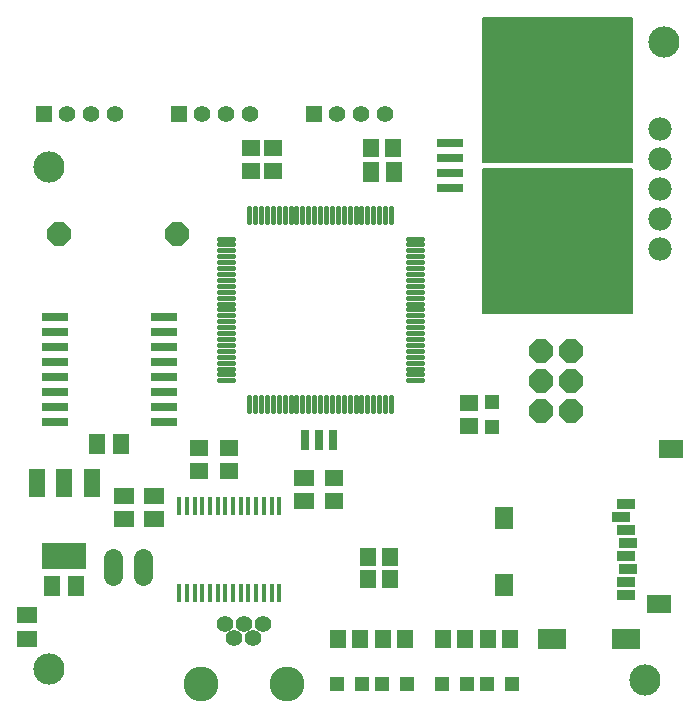
<source format=gts>
G75*
%MOIN*%
%OFA0B0*%
%FSLAX24Y24*%
%IPPOS*%
%LPD*%
%AMOC8*
5,1,8,0,0,1.08239X$1,22.5*
%
%ADD10C,0.0050*%
%ADD11C,0.1040*%
%ADD12R,0.0670X0.0552*%
%ADD13R,0.0552X0.0631*%
%ADD14R,0.0552X0.0670*%
%ADD15R,0.0906X0.0276*%
%ADD16C,0.0158*%
%ADD17R,0.0512X0.0512*%
%ADD18OC8,0.0800*%
%ADD19OC8,0.0780*%
%ADD20R,0.0177X0.0590*%
%ADD21R,0.0631X0.0552*%
%ADD22C,0.0555*%
%ADD23C,0.1162*%
%ADD24R,0.0520X0.0920*%
%ADD25R,0.1457X0.0906*%
%ADD26R,0.0591X0.0749*%
%ADD27R,0.0788X0.0591*%
%ADD28R,0.0631X0.0355*%
%ADD29R,0.0555X0.0555*%
%ADD30R,0.0316X0.0709*%
%ADD31C,0.3583*%
%ADD32R,0.0946X0.0670*%
%ADD33C,0.0780*%
%ADD34R,0.0910X0.0280*%
%ADD35C,0.0640*%
D10*
X021275Y019386D02*
X021275Y024189D01*
X026249Y024189D01*
X026249Y019386D01*
X021275Y019386D01*
X021275Y019420D02*
X026249Y019420D01*
X026249Y019468D02*
X021275Y019468D01*
X021275Y019517D02*
X026249Y019517D01*
X026249Y019565D02*
X021275Y019565D01*
X021275Y019614D02*
X026249Y019614D01*
X026249Y019662D02*
X021275Y019662D01*
X021275Y019711D02*
X026249Y019711D01*
X026249Y019759D02*
X021275Y019759D01*
X021275Y019808D02*
X026249Y019808D01*
X026249Y019856D02*
X021275Y019856D01*
X021275Y019905D02*
X026249Y019905D01*
X026249Y019953D02*
X021275Y019953D01*
X021275Y020002D02*
X026249Y020002D01*
X026249Y020050D02*
X021275Y020050D01*
X021275Y020099D02*
X026249Y020099D01*
X026249Y020147D02*
X021275Y020147D01*
X021275Y020196D02*
X026249Y020196D01*
X026249Y020244D02*
X021275Y020244D01*
X021275Y020293D02*
X026249Y020293D01*
X026249Y020341D02*
X021275Y020341D01*
X021275Y020390D02*
X026249Y020390D01*
X026249Y020438D02*
X021275Y020438D01*
X021275Y020487D02*
X026249Y020487D01*
X026249Y020535D02*
X021275Y020535D01*
X021275Y020584D02*
X026249Y020584D01*
X026249Y020632D02*
X021275Y020632D01*
X021275Y020681D02*
X026249Y020681D01*
X026249Y020729D02*
X021275Y020729D01*
X021275Y020778D02*
X026249Y020778D01*
X026249Y020826D02*
X021275Y020826D01*
X021275Y020875D02*
X026249Y020875D01*
X026249Y020923D02*
X021275Y020923D01*
X021275Y020972D02*
X026249Y020972D01*
X026249Y021020D02*
X021275Y021020D01*
X021275Y021069D02*
X026249Y021069D01*
X026249Y021117D02*
X021275Y021117D01*
X021275Y021166D02*
X026249Y021166D01*
X026249Y021214D02*
X021275Y021214D01*
X021275Y021263D02*
X026249Y021263D01*
X026249Y021311D02*
X021275Y021311D01*
X021275Y021360D02*
X026249Y021360D01*
X026249Y021408D02*
X021275Y021408D01*
X021275Y021457D02*
X026249Y021457D01*
X026249Y021505D02*
X021275Y021505D01*
X021275Y021554D02*
X026249Y021554D01*
X026249Y021602D02*
X021275Y021602D01*
X021275Y021651D02*
X026249Y021651D01*
X026249Y021699D02*
X021275Y021699D01*
X021275Y021748D02*
X026249Y021748D01*
X026249Y021796D02*
X021275Y021796D01*
X021275Y021845D02*
X026249Y021845D01*
X026249Y021893D02*
X021275Y021893D01*
X021275Y021942D02*
X026249Y021942D01*
X026249Y021990D02*
X021275Y021990D01*
X021275Y022039D02*
X026249Y022039D01*
X026249Y022087D02*
X021275Y022087D01*
X021275Y022136D02*
X026249Y022136D01*
X026249Y022184D02*
X021275Y022184D01*
X021275Y022233D02*
X026249Y022233D01*
X026249Y022281D02*
X021275Y022281D01*
X021275Y022330D02*
X026249Y022330D01*
X026249Y022378D02*
X021275Y022378D01*
X021275Y022427D02*
X026249Y022427D01*
X026249Y022475D02*
X021275Y022475D01*
X021275Y022524D02*
X026249Y022524D01*
X026249Y022572D02*
X021275Y022572D01*
X021275Y022621D02*
X026249Y022621D01*
X026249Y022669D02*
X021275Y022669D01*
X021275Y022718D02*
X026249Y022718D01*
X026249Y022766D02*
X021275Y022766D01*
X021275Y022815D02*
X026249Y022815D01*
X026249Y022863D02*
X021275Y022863D01*
X021275Y022912D02*
X026249Y022912D01*
X026249Y022960D02*
X021275Y022960D01*
X021275Y023009D02*
X026249Y023009D01*
X026249Y023057D02*
X021275Y023057D01*
X021275Y023106D02*
X026249Y023106D01*
X026249Y023154D02*
X021275Y023154D01*
X021275Y023203D02*
X026249Y023203D01*
X026249Y023251D02*
X021275Y023251D01*
X021275Y023300D02*
X026249Y023300D01*
X026249Y023348D02*
X021275Y023348D01*
X021275Y023397D02*
X026249Y023397D01*
X026249Y023445D02*
X021275Y023445D01*
X021275Y023494D02*
X026249Y023494D01*
X026249Y023542D02*
X021275Y023542D01*
X021275Y023591D02*
X026249Y023591D01*
X026249Y023639D02*
X021275Y023639D01*
X021275Y023688D02*
X026249Y023688D01*
X026249Y023736D02*
X021275Y023736D01*
X021275Y023785D02*
X026249Y023785D01*
X026249Y023833D02*
X021275Y023833D01*
X021275Y023882D02*
X026249Y023882D01*
X026249Y023930D02*
X021275Y023930D01*
X021275Y023979D02*
X026249Y023979D01*
X026249Y024027D02*
X021275Y024027D01*
X021275Y024076D02*
X026249Y024076D01*
X026249Y024124D02*
X021275Y024124D01*
X021275Y024173D02*
X026249Y024173D01*
X026249Y024425D02*
X021275Y024425D01*
X021275Y029228D01*
X026249Y029228D01*
X026249Y024425D01*
X026249Y024464D02*
X021275Y024464D01*
X021275Y024512D02*
X026249Y024512D01*
X026249Y024561D02*
X021275Y024561D01*
X021275Y024609D02*
X026249Y024609D01*
X026249Y024658D02*
X021275Y024658D01*
X021275Y024706D02*
X026249Y024706D01*
X026249Y024755D02*
X021275Y024755D01*
X021275Y024803D02*
X026249Y024803D01*
X026249Y024852D02*
X021275Y024852D01*
X021275Y024900D02*
X026249Y024900D01*
X026249Y024949D02*
X021275Y024949D01*
X021275Y024997D02*
X026249Y024997D01*
X026249Y025046D02*
X021275Y025046D01*
X021275Y025094D02*
X026249Y025094D01*
X026249Y025143D02*
X021275Y025143D01*
X021275Y025191D02*
X026249Y025191D01*
X026249Y025240D02*
X021275Y025240D01*
X021275Y025288D02*
X026249Y025288D01*
X026249Y025337D02*
X021275Y025337D01*
X021275Y025385D02*
X026249Y025385D01*
X026249Y025434D02*
X021275Y025434D01*
X021275Y025482D02*
X026249Y025482D01*
X026249Y025531D02*
X021275Y025531D01*
X021275Y025579D02*
X026249Y025579D01*
X026249Y025628D02*
X021275Y025628D01*
X021275Y025676D02*
X026249Y025676D01*
X026249Y025725D02*
X021275Y025725D01*
X021275Y025773D02*
X026249Y025773D01*
X026249Y025822D02*
X021275Y025822D01*
X021275Y025870D02*
X026249Y025870D01*
X026249Y025919D02*
X021275Y025919D01*
X021275Y025967D02*
X026249Y025967D01*
X026249Y026016D02*
X021275Y026016D01*
X021275Y026064D02*
X026249Y026064D01*
X026249Y026113D02*
X021275Y026113D01*
X021275Y026161D02*
X026249Y026161D01*
X026249Y026210D02*
X021275Y026210D01*
X021275Y026258D02*
X026249Y026258D01*
X026249Y026307D02*
X021275Y026307D01*
X021275Y026355D02*
X026249Y026355D01*
X026249Y026404D02*
X021275Y026404D01*
X021275Y026452D02*
X026249Y026452D01*
X026249Y026501D02*
X021275Y026501D01*
X021275Y026549D02*
X026249Y026549D01*
X026249Y026598D02*
X021275Y026598D01*
X021275Y026646D02*
X026249Y026646D01*
X026249Y026695D02*
X021275Y026695D01*
X021275Y026743D02*
X026249Y026743D01*
X026249Y026792D02*
X021275Y026792D01*
X021275Y026840D02*
X026249Y026840D01*
X026249Y026889D02*
X021275Y026889D01*
X021275Y026937D02*
X026249Y026937D01*
X026249Y026986D02*
X021275Y026986D01*
X021275Y027034D02*
X026249Y027034D01*
X026249Y027083D02*
X021275Y027083D01*
X021275Y027131D02*
X026249Y027131D01*
X026249Y027180D02*
X021275Y027180D01*
X021275Y027228D02*
X026249Y027228D01*
X026249Y027277D02*
X021275Y027277D01*
X021275Y027325D02*
X026249Y027325D01*
X026249Y027374D02*
X021275Y027374D01*
X021275Y027422D02*
X026249Y027422D01*
X026249Y027471D02*
X021275Y027471D01*
X021275Y027519D02*
X026249Y027519D01*
X026249Y027568D02*
X021275Y027568D01*
X021275Y027616D02*
X026249Y027616D01*
X026249Y027665D02*
X021275Y027665D01*
X021275Y027713D02*
X026249Y027713D01*
X026249Y027762D02*
X021275Y027762D01*
X021275Y027810D02*
X026249Y027810D01*
X026249Y027859D02*
X021275Y027859D01*
X021275Y027907D02*
X026249Y027907D01*
X026249Y027956D02*
X021275Y027956D01*
X021275Y028004D02*
X026249Y028004D01*
X026249Y028053D02*
X021275Y028053D01*
X021275Y028101D02*
X026249Y028101D01*
X026249Y028150D02*
X021275Y028150D01*
X021275Y028198D02*
X026249Y028198D01*
X026249Y028247D02*
X021275Y028247D01*
X021275Y028295D02*
X026249Y028295D01*
X026249Y028344D02*
X021275Y028344D01*
X021275Y028392D02*
X026249Y028392D01*
X026249Y028441D02*
X021275Y028441D01*
X021275Y028489D02*
X026249Y028489D01*
X026249Y028538D02*
X021275Y028538D01*
X021275Y028586D02*
X026249Y028586D01*
X026249Y028635D02*
X021275Y028635D01*
X021275Y028683D02*
X026249Y028683D01*
X026249Y028732D02*
X021275Y028732D01*
X021275Y028780D02*
X026249Y028780D01*
X026249Y028829D02*
X021275Y028829D01*
X021275Y028877D02*
X026249Y028877D01*
X026249Y028926D02*
X021275Y028926D01*
X021275Y028974D02*
X026249Y028974D01*
X026249Y029023D02*
X021275Y029023D01*
X021275Y029071D02*
X026249Y029071D01*
X026249Y029120D02*
X021275Y029120D01*
X021275Y029168D02*
X026249Y029168D01*
X026249Y029217D02*
X021275Y029217D01*
D11*
X006833Y007500D03*
X006833Y024236D03*
X026683Y007150D03*
X027312Y028417D03*
D12*
X015333Y013894D03*
X015333Y013106D03*
X010333Y013287D03*
X010333Y012500D03*
X009333Y012500D03*
X009333Y013287D03*
X006081Y009315D03*
X006081Y008528D03*
D13*
X016459Y008500D03*
X017207Y008500D03*
X017959Y008500D03*
X018707Y008500D03*
X019959Y008500D03*
X020707Y008500D03*
X021459Y008500D03*
X022207Y008500D03*
X018207Y010500D03*
X017459Y010500D03*
X017459Y011250D03*
X018207Y011250D03*
X018294Y024870D03*
X017546Y024870D03*
D14*
X017550Y024083D03*
X018337Y024083D03*
X009227Y015000D03*
X008440Y015000D03*
X007723Y010287D03*
X006936Y010287D03*
D15*
X007022Y015750D03*
X007022Y016250D03*
X007022Y016750D03*
X007022Y017250D03*
X007022Y017750D03*
X007022Y018250D03*
X007022Y018750D03*
X007022Y019250D03*
X010644Y019250D03*
X010644Y018750D03*
X010644Y018250D03*
X010644Y017750D03*
X010644Y017250D03*
X010644Y016750D03*
X010644Y016250D03*
X010644Y015750D03*
D16*
X012475Y017138D02*
X012947Y017138D01*
X012947Y017335D02*
X012475Y017335D01*
X012475Y017531D02*
X012947Y017531D01*
X012947Y017728D02*
X012475Y017728D01*
X012475Y017925D02*
X012947Y017925D01*
X012947Y018122D02*
X012475Y018122D01*
X012475Y018319D02*
X012947Y018319D01*
X012947Y018516D02*
X012475Y018516D01*
X012475Y018713D02*
X012947Y018713D01*
X012947Y018909D02*
X012475Y018909D01*
X012475Y019106D02*
X012947Y019106D01*
X012947Y019303D02*
X012475Y019303D01*
X012475Y019500D02*
X012947Y019500D01*
X012947Y019697D02*
X012475Y019697D01*
X012475Y019894D02*
X012947Y019894D01*
X012947Y020091D02*
X012475Y020091D01*
X012475Y020287D02*
X012947Y020287D01*
X012947Y020484D02*
X012475Y020484D01*
X012475Y020681D02*
X012947Y020681D01*
X012947Y020878D02*
X012475Y020878D01*
X012475Y021075D02*
X012947Y021075D01*
X012947Y021272D02*
X012475Y021272D01*
X012475Y021469D02*
X012947Y021469D01*
X012947Y021665D02*
X012475Y021665D01*
X012475Y021862D02*
X012947Y021862D01*
X013499Y022414D02*
X013499Y022886D01*
X013696Y022886D02*
X013696Y022414D01*
X013892Y022414D02*
X013892Y022886D01*
X014089Y022886D02*
X014089Y022414D01*
X014286Y022414D02*
X014286Y022886D01*
X014483Y022886D02*
X014483Y022414D01*
X014680Y022414D02*
X014680Y022886D01*
X014877Y022886D02*
X014877Y022414D01*
X015073Y022414D02*
X015073Y022886D01*
X015270Y022886D02*
X015270Y022414D01*
X015467Y022414D02*
X015467Y022886D01*
X015664Y022886D02*
X015664Y022414D01*
X015861Y022414D02*
X015861Y022886D01*
X016058Y022886D02*
X016058Y022414D01*
X016255Y022414D02*
X016255Y022886D01*
X016451Y022886D02*
X016451Y022414D01*
X016648Y022414D02*
X016648Y022886D01*
X016845Y022886D02*
X016845Y022414D01*
X017042Y022414D02*
X017042Y022886D01*
X017239Y022886D02*
X017239Y022414D01*
X017436Y022414D02*
X017436Y022886D01*
X017633Y022886D02*
X017633Y022414D01*
X017829Y022414D02*
X017829Y022886D01*
X018026Y022886D02*
X018026Y022414D01*
X018223Y022414D02*
X018223Y022886D01*
X018774Y021862D02*
X019246Y021862D01*
X019246Y021665D02*
X018774Y021665D01*
X018774Y021469D02*
X019246Y021469D01*
X019246Y021272D02*
X018774Y021272D01*
X018774Y021075D02*
X019246Y021075D01*
X019246Y020878D02*
X018774Y020878D01*
X018774Y020681D02*
X019246Y020681D01*
X019246Y020484D02*
X018774Y020484D01*
X018774Y020287D02*
X019246Y020287D01*
X019246Y020091D02*
X018774Y020091D01*
X018774Y019894D02*
X019246Y019894D01*
X019246Y019697D02*
X018774Y019697D01*
X018774Y019500D02*
X019246Y019500D01*
X019246Y019303D02*
X018774Y019303D01*
X018774Y019106D02*
X019246Y019106D01*
X019246Y018909D02*
X018774Y018909D01*
X018774Y018713D02*
X019246Y018713D01*
X019246Y018516D02*
X018774Y018516D01*
X018774Y018319D02*
X019246Y018319D01*
X019246Y018122D02*
X018774Y018122D01*
X018774Y017925D02*
X019246Y017925D01*
X019246Y017728D02*
X018774Y017728D01*
X018774Y017531D02*
X019246Y017531D01*
X019246Y017335D02*
X018774Y017335D01*
X018774Y017138D02*
X019246Y017138D01*
X018223Y016586D02*
X018223Y016114D01*
X018026Y016114D02*
X018026Y016586D01*
X017829Y016586D02*
X017829Y016114D01*
X017633Y016114D02*
X017633Y016586D01*
X017436Y016586D02*
X017436Y016114D01*
X017239Y016114D02*
X017239Y016586D01*
X017042Y016586D02*
X017042Y016114D01*
X016845Y016114D02*
X016845Y016586D01*
X016648Y016586D02*
X016648Y016114D01*
X016451Y016114D02*
X016451Y016586D01*
X016255Y016586D02*
X016255Y016114D01*
X016058Y016114D02*
X016058Y016586D01*
X015861Y016586D02*
X015861Y016114D01*
X015664Y016114D02*
X015664Y016586D01*
X015467Y016586D02*
X015467Y016114D01*
X015270Y016114D02*
X015270Y016586D01*
X015073Y016586D02*
X015073Y016114D01*
X014877Y016114D02*
X014877Y016586D01*
X014680Y016586D02*
X014680Y016114D01*
X014483Y016114D02*
X014483Y016586D01*
X014286Y016586D02*
X014286Y016114D01*
X014089Y016114D02*
X014089Y016586D01*
X013892Y016586D02*
X013892Y016114D01*
X013696Y016114D02*
X013696Y016586D01*
X013499Y016586D02*
X013499Y016114D01*
D17*
X021597Y016413D03*
X021597Y015587D03*
X021420Y007000D03*
X020747Y007000D03*
X019920Y007000D03*
X018747Y007000D03*
X017920Y007000D03*
X017247Y007000D03*
X016420Y007000D03*
X022247Y007000D03*
D18*
X011093Y022000D03*
X007156Y022000D03*
D19*
X023233Y018100D03*
X024233Y018100D03*
X024233Y017100D03*
X023233Y017100D03*
X023233Y016100D03*
X024233Y016100D03*
D20*
X014497Y012939D03*
X014241Y012939D03*
X013985Y012939D03*
X013729Y012939D03*
X013473Y012939D03*
X013217Y012939D03*
X012961Y012939D03*
X012705Y012939D03*
X012449Y012939D03*
X012194Y012939D03*
X011938Y012939D03*
X011682Y012939D03*
X011426Y012939D03*
X011170Y012939D03*
X011170Y010061D03*
X011426Y010061D03*
X011682Y010061D03*
X011938Y010061D03*
X012194Y010061D03*
X012449Y010061D03*
X012705Y010061D03*
X012961Y010061D03*
X013217Y010061D03*
X013473Y010061D03*
X013729Y010061D03*
X013985Y010061D03*
X014241Y010061D03*
X014497Y010061D03*
D21*
X016333Y013126D03*
X016333Y013874D03*
X012833Y014126D03*
X011833Y014126D03*
X011833Y014874D03*
X012833Y014874D03*
X020833Y015626D03*
X020833Y016374D03*
X014295Y024126D03*
X013552Y024126D03*
X013552Y024874D03*
X014295Y024874D03*
D22*
X013514Y026000D03*
X012727Y026000D03*
X011940Y026000D03*
X009014Y026000D03*
X008227Y026000D03*
X007440Y026000D03*
X016440Y026000D03*
X017227Y026000D03*
X018014Y026000D03*
X013948Y009008D03*
X013633Y008535D03*
X013318Y009008D03*
X013003Y008535D03*
X012688Y009008D03*
D23*
X011881Y007000D03*
X014755Y007000D03*
D24*
X008243Y013720D03*
X007333Y013720D03*
X006423Y013720D03*
D25*
X007333Y011280D03*
D26*
X021991Y010307D03*
X021991Y012551D03*
D27*
X027168Y009677D03*
X027562Y014854D03*
D28*
X026046Y013020D03*
X025888Y012587D03*
X026046Y012154D03*
X026125Y011720D03*
X026046Y011287D03*
X026125Y010854D03*
X026046Y010421D03*
X026046Y009988D03*
D29*
X015652Y026000D03*
X011152Y026000D03*
X006652Y026000D03*
D30*
X015361Y015150D03*
X015833Y015150D03*
X016306Y015150D03*
D31*
X024231Y021354D03*
X024231Y027260D03*
D32*
X023593Y008500D03*
X026073Y008500D03*
D33*
X027183Y021500D03*
X027183Y022500D03*
X027183Y023500D03*
X027183Y024500D03*
X027183Y025500D03*
D34*
X022257Y025053D03*
X022257Y024553D03*
X022257Y024053D03*
X022257Y023553D03*
X020197Y023553D03*
X020197Y024053D03*
X020197Y024553D03*
X020197Y025053D03*
D35*
X009967Y011221D02*
X009967Y010621D01*
X008967Y010621D02*
X008967Y011221D01*
M02*

</source>
